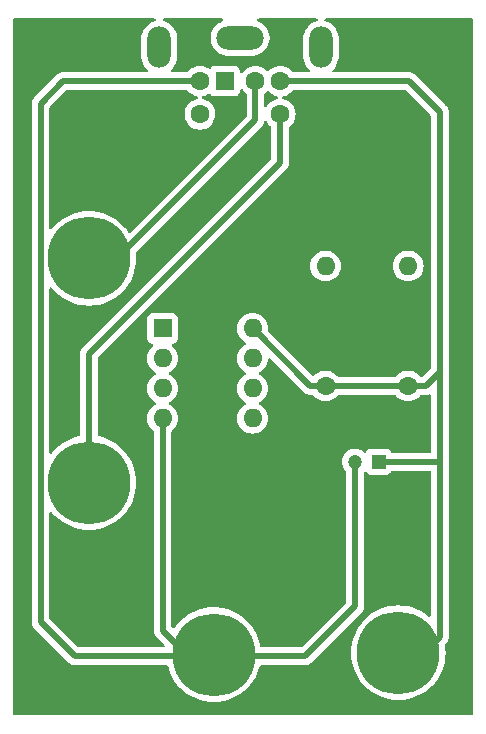
<source format=gbr>
%TF.GenerationSoftware,KiCad,Pcbnew,8.0.4*%
%TF.CreationDate,2024-09-08T08:45:51+02:00*%
%TF.ProjectId,Lichtschranke-M,4c696368-7473-4636-9872-616e6b652d4d,rev?*%
%TF.SameCoordinates,Original*%
%TF.FileFunction,Copper,L2,Bot*%
%TF.FilePolarity,Positive*%
%FSLAX46Y46*%
G04 Gerber Fmt 4.6, Leading zero omitted, Abs format (unit mm)*
G04 Created by KiCad (PCBNEW 8.0.4) date 2024-09-08 08:45:51*
%MOMM*%
%LPD*%
G01*
G04 APERTURE LIST*
%TA.AperFunction,ComponentPad*%
%ADD10R,1.600000X1.600000*%
%TD*%
%TA.AperFunction,ComponentPad*%
%ADD11C,1.600000*%
%TD*%
%TA.AperFunction,ComponentPad*%
%ADD12O,2.000000X3.500000*%
%TD*%
%TA.AperFunction,ComponentPad*%
%ADD13O,4.000000X2.000000*%
%TD*%
%TA.AperFunction,ComponentPad*%
%ADD14O,1.600000X1.600000*%
%TD*%
%TA.AperFunction,ComponentPad*%
%ADD15R,1.200000X1.200000*%
%TD*%
%TA.AperFunction,ComponentPad*%
%ADD16C,1.200000*%
%TD*%
%TA.AperFunction,ComponentPad*%
%ADD17C,7.000000*%
%TD*%
%TA.AperFunction,Conductor*%
%ADD18C,0.500000*%
%TD*%
%TA.AperFunction,Conductor*%
%ADD19C,0.200000*%
%TD*%
G04 APERTURE END LIST*
D10*
%TO.P,J1,1*%
%TO.N,SDA*%
X143500000Y-55500000D03*
D11*
%TO.P,J1,2*%
%TO.N,E*%
X146100000Y-55500000D03*
%TO.P,J1,3*%
%TO.N,GND*%
X141400000Y-55500000D03*
%TO.P,J1,4*%
%TO.N,+5V*%
X148200000Y-55500000D03*
%TO.P,J1,5*%
%TO.N,SCK*%
X141400000Y-58300000D03*
%TO.P,J1,6*%
%TO.N,F*%
X148200000Y-58300000D03*
D12*
%TO.P,J1,7*%
%TO.N,N/C*%
X151650000Y-52650000D03*
D13*
X144800000Y-51850000D03*
D12*
X137950000Y-52650000D03*
%TD*%
D11*
%TO.P,R1,1*%
%TO.N,+5V*%
X152030000Y-81310000D03*
D14*
%TO.P,R1,2*%
%TO.N,Net-(U1-PB2)*%
X152030000Y-71150000D03*
%TD*%
D15*
%TO.P,C2,1*%
%TO.N,+5V*%
X156520000Y-87730000D03*
D16*
%TO.P,C2,2*%
%TO.N,GND*%
X154520000Y-87730000D03*
%TD*%
D17*
%TO.P,J3,1,Pin_1*%
%TO.N,F*%
X132000000Y-89500000D03*
%TD*%
D11*
%TO.P,R2,1*%
%TO.N,+5V*%
X159030000Y-81310000D03*
D14*
%TO.P,R2,2*%
%TO.N,Net-(U1-AREF{slash}PB0)*%
X159030000Y-71150000D03*
%TD*%
D17*
%TO.P,J5,1,Pin_1*%
%TO.N,+5V*%
X158200000Y-103900000D03*
%TD*%
%TO.P,J2,1,Pin_1*%
%TO.N,E*%
X132000000Y-70500000D03*
%TD*%
%TO.P,J4,1,Pin_1*%
%TO.N,GND*%
X142570000Y-104050000D03*
%TD*%
D10*
%TO.P,U1,1,~{RESET}/PB5*%
%TO.N,unconnected-(U1-~{RESET}{slash}PB5-Pad1)*%
X138230000Y-76430000D03*
D14*
%TO.P,U1,2,XTAL1/PB3*%
%TO.N,unconnected-(U1-XTAL1{slash}PB3-Pad2)*%
X138230000Y-78970000D03*
%TO.P,U1,3,XTAL2/PB4*%
%TO.N,unconnected-(U1-XTAL2{slash}PB4-Pad3)*%
X138230000Y-81510000D03*
%TO.P,U1,4,GND*%
%TO.N,GND*%
X138230000Y-84050000D03*
%TO.P,U1,5,AREF/PB0*%
%TO.N,Net-(U1-AREF{slash}PB0)*%
X145850000Y-84050000D03*
%TO.P,U1,6,PB1*%
%TO.N,unconnected-(U1-PB1-Pad6)*%
X145850000Y-81510000D03*
%TO.P,U1,7,PB2*%
%TO.N,Net-(U1-PB2)*%
X145850000Y-78970000D03*
%TO.P,U1,8,VCC*%
%TO.N,+5V*%
X145850000Y-76430000D03*
%TD*%
D18*
%TO.N,GND*%
X138230000Y-102030000D02*
X140400000Y-104200000D01*
X129800000Y-55500000D02*
X127900000Y-57400000D01*
X150300000Y-104200000D02*
X154530000Y-99970000D01*
D19*
X138230000Y-98070000D02*
X138200000Y-98100000D01*
D18*
X154530000Y-99970000D02*
X154530000Y-87730000D01*
X142500000Y-104200000D02*
X140400000Y-104200000D01*
X130800000Y-104200000D02*
X127900000Y-101300000D01*
X142500000Y-104200000D02*
X150300000Y-104200000D01*
D19*
X138200000Y-97230000D02*
X138230000Y-97200000D01*
D18*
X138230000Y-84050000D02*
X138230000Y-97500000D01*
D19*
X138200000Y-98100000D02*
X138200000Y-97230000D01*
D18*
X127900000Y-57400000D02*
X127900000Y-101300000D01*
X141400000Y-55500000D02*
X129800000Y-55500000D01*
X138230000Y-97500000D02*
X138230000Y-98070000D01*
X138230000Y-97500000D02*
X138230000Y-102030000D01*
X140400000Y-104200000D02*
X130800000Y-104200000D01*
D19*
%TO.N,+5V*%
X159000000Y-103100000D02*
X158200000Y-103900000D01*
D18*
X161700000Y-87800000D02*
X161700000Y-102600000D01*
X150730000Y-81310000D02*
X145850000Y-76430000D01*
D19*
X156630000Y-81410000D02*
X156730000Y-81310000D01*
X156530000Y-87730000D02*
X156630000Y-87630000D01*
D18*
X159030000Y-81310000D02*
X156730000Y-81310000D01*
D19*
X161630000Y-87730000D02*
X161700000Y-87800000D01*
D18*
X161700000Y-80160000D02*
X161700000Y-79500000D01*
X161700000Y-79500000D02*
X161700000Y-71800000D01*
X161700000Y-102600000D02*
X160400000Y-103900000D01*
X161700000Y-79500000D02*
X161700000Y-87800000D01*
X160550000Y-81310000D02*
X161700000Y-80160000D01*
X156530000Y-87730000D02*
X161630000Y-87730000D01*
X152030000Y-81310000D02*
X150730000Y-81310000D01*
X160400000Y-103900000D02*
X158200000Y-103900000D01*
X159030000Y-81310000D02*
X160550000Y-81310000D01*
X161700000Y-58100000D02*
X161700000Y-72200000D01*
D19*
X161700000Y-72200000D02*
X161700000Y-71800000D01*
D18*
X159100000Y-55500000D02*
X161700000Y-58100000D01*
D19*
X161730000Y-80130000D02*
X161730000Y-79930000D01*
D18*
X148200000Y-55500000D02*
X159100000Y-55500000D01*
X156730000Y-81310000D02*
X152030000Y-81310000D01*
%TO.N,F*%
X148200000Y-62397900D02*
X148200000Y-58300000D01*
X132000000Y-78597900D02*
X148200000Y-62397900D01*
X132000000Y-89500000D02*
X132000000Y-78597900D01*
%TO.N,E*%
X134400000Y-70500000D02*
X146100000Y-58800000D01*
X146100000Y-58800000D02*
X146100000Y-55500000D01*
X132000000Y-70500000D02*
X134400000Y-70500000D01*
D19*
%TO.N,Net-(U1-AREF{slash}PB0)*%
X158750000Y-71150000D02*
X159030000Y-71150000D01*
X159030000Y-70650000D02*
X159030000Y-71150000D01*
X159030000Y-71150000D02*
X159030000Y-71751700D01*
%TD*%
%TA.AperFunction,NonConductor*%
G36*
X143305053Y-50220185D02*
G01*
X143350808Y-50272989D01*
X143360752Y-50342147D01*
X143331727Y-50405703D01*
X143276334Y-50442430D01*
X143253631Y-50449806D01*
X143224003Y-50459433D01*
X143013566Y-50566657D01*
X142944748Y-50616657D01*
X142822490Y-50705483D01*
X142822488Y-50705485D01*
X142822487Y-50705485D01*
X142655485Y-50872487D01*
X142655485Y-50872488D01*
X142655483Y-50872490D01*
X142619158Y-50922487D01*
X142516657Y-51063566D01*
X142409433Y-51274003D01*
X142336446Y-51498631D01*
X142299500Y-51731902D01*
X142299500Y-51968097D01*
X142336446Y-52201368D01*
X142409433Y-52425996D01*
X142516657Y-52636433D01*
X142655483Y-52827510D01*
X142822490Y-52994517D01*
X143013567Y-53133343D01*
X143112991Y-53184002D01*
X143224003Y-53240566D01*
X143224005Y-53240566D01*
X143224008Y-53240568D01*
X143344412Y-53279689D01*
X143448631Y-53313553D01*
X143681903Y-53350500D01*
X143681908Y-53350500D01*
X145918097Y-53350500D01*
X146151368Y-53313553D01*
X146375992Y-53240568D01*
X146586433Y-53133343D01*
X146777510Y-52994517D01*
X146944517Y-52827510D01*
X147083343Y-52636433D01*
X147190568Y-52425992D01*
X147263553Y-52201368D01*
X147300500Y-51968097D01*
X147300500Y-51731902D01*
X147263553Y-51498631D01*
X147190566Y-51274003D01*
X147083342Y-51063566D01*
X146944517Y-50872490D01*
X146777510Y-50705483D01*
X146586433Y-50566657D01*
X146375996Y-50459433D01*
X146355845Y-50452886D01*
X146323665Y-50442430D01*
X146265992Y-50402993D01*
X146238794Y-50338634D01*
X146250709Y-50269788D01*
X146297953Y-50218312D01*
X146361986Y-50200500D01*
X151241896Y-50200500D01*
X151308935Y-50220185D01*
X151354690Y-50272989D01*
X151364634Y-50342147D01*
X151335609Y-50405703D01*
X151280215Y-50442431D01*
X151074003Y-50509433D01*
X150863566Y-50616657D01*
X150754550Y-50695862D01*
X150672490Y-50755483D01*
X150672488Y-50755485D01*
X150672487Y-50755485D01*
X150505485Y-50922487D01*
X150505485Y-50922488D01*
X150505483Y-50922490D01*
X150445862Y-51004550D01*
X150366657Y-51113566D01*
X150259433Y-51324003D01*
X150186446Y-51548631D01*
X150149500Y-51781902D01*
X150149500Y-53518097D01*
X150186446Y-53751368D01*
X150259433Y-53975996D01*
X150366657Y-54186433D01*
X150505483Y-54377510D01*
X150505485Y-54377512D01*
X150665792Y-54537819D01*
X150699277Y-54599142D01*
X150694293Y-54668834D01*
X150652421Y-54724767D01*
X150586957Y-54749184D01*
X150578111Y-54749500D01*
X149326663Y-54749500D01*
X149259624Y-54729815D01*
X149225088Y-54696623D01*
X149200045Y-54660858D01*
X149039141Y-54499954D01*
X148852734Y-54369432D01*
X148852732Y-54369431D01*
X148646497Y-54273261D01*
X148646488Y-54273258D01*
X148426697Y-54214366D01*
X148426693Y-54214365D01*
X148426692Y-54214365D01*
X148426691Y-54214364D01*
X148426686Y-54214364D01*
X148200002Y-54194532D01*
X148199998Y-54194532D01*
X147973313Y-54214364D01*
X147973302Y-54214366D01*
X147753511Y-54273258D01*
X147753502Y-54273261D01*
X147547267Y-54369431D01*
X147547265Y-54369432D01*
X147360858Y-54499954D01*
X147237681Y-54623132D01*
X147176358Y-54656617D01*
X147106666Y-54651633D01*
X147062319Y-54623132D01*
X146939141Y-54499954D01*
X146752734Y-54369432D01*
X146752732Y-54369431D01*
X146546497Y-54273261D01*
X146546488Y-54273258D01*
X146326697Y-54214366D01*
X146326693Y-54214365D01*
X146326692Y-54214365D01*
X146326691Y-54214364D01*
X146326686Y-54214364D01*
X146100002Y-54194532D01*
X146099998Y-54194532D01*
X145873313Y-54214364D01*
X145873302Y-54214366D01*
X145653511Y-54273258D01*
X145653502Y-54273261D01*
X145447267Y-54369431D01*
X145447265Y-54369432D01*
X145260858Y-54499954D01*
X145099954Y-54660858D01*
X145026074Y-54766372D01*
X144971498Y-54809997D01*
X144901999Y-54817191D01*
X144839644Y-54785669D01*
X144804230Y-54725439D01*
X144800499Y-54695249D01*
X144800499Y-54652129D01*
X144800498Y-54652123D01*
X144800445Y-54651633D01*
X144794091Y-54592517D01*
X144776188Y-54544517D01*
X144743797Y-54457671D01*
X144743793Y-54457664D01*
X144657547Y-54342455D01*
X144657544Y-54342452D01*
X144542335Y-54256206D01*
X144542328Y-54256202D01*
X144407482Y-54205908D01*
X144407483Y-54205908D01*
X144347883Y-54199501D01*
X144347881Y-54199500D01*
X144347873Y-54199500D01*
X144347864Y-54199500D01*
X142652129Y-54199500D01*
X142652123Y-54199501D01*
X142592516Y-54205908D01*
X142457671Y-54256202D01*
X142457664Y-54256206D01*
X142342455Y-54342452D01*
X142301555Y-54397087D01*
X142245620Y-54438958D01*
X142175929Y-54443941D01*
X142131166Y-54424350D01*
X142052734Y-54369432D01*
X142052732Y-54369431D01*
X141846497Y-54273261D01*
X141846488Y-54273258D01*
X141626697Y-54214366D01*
X141626693Y-54214365D01*
X141626692Y-54214365D01*
X141626691Y-54214364D01*
X141626686Y-54214364D01*
X141400002Y-54194532D01*
X141399998Y-54194532D01*
X141173313Y-54214364D01*
X141173302Y-54214366D01*
X140953511Y-54273258D01*
X140953502Y-54273261D01*
X140747267Y-54369431D01*
X140747265Y-54369432D01*
X140560858Y-54499954D01*
X140399954Y-54660858D01*
X140374912Y-54696623D01*
X140320335Y-54740248D01*
X140273337Y-54749500D01*
X139021889Y-54749500D01*
X138954850Y-54729815D01*
X138909095Y-54677011D01*
X138899151Y-54607853D01*
X138928176Y-54544297D01*
X138934208Y-54537819D01*
X139014358Y-54457669D01*
X139094517Y-54377510D01*
X139233343Y-54186433D01*
X139340568Y-53975992D01*
X139413553Y-53751368D01*
X139450500Y-53518097D01*
X139450500Y-51781902D01*
X139413553Y-51548631D01*
X139340566Y-51324003D01*
X139233342Y-51113566D01*
X139094517Y-50922490D01*
X138927510Y-50755483D01*
X138736433Y-50616657D01*
X138525996Y-50509433D01*
X138319785Y-50442431D01*
X138262110Y-50402993D01*
X138234912Y-50338634D01*
X138246827Y-50269788D01*
X138294071Y-50218312D01*
X138358104Y-50200500D01*
X143238014Y-50200500D01*
X143305053Y-50220185D01*
G37*
%TD.AperFunction*%
%TA.AperFunction,NonConductor*%
G36*
X147193334Y-56348367D02*
G01*
X147237681Y-56376868D01*
X147360858Y-56500045D01*
X147360861Y-56500047D01*
X147547266Y-56630568D01*
X147753504Y-56726739D01*
X147753509Y-56726740D01*
X147753511Y-56726741D01*
X147953117Y-56780225D01*
X148012778Y-56816590D01*
X148043307Y-56879437D01*
X148035012Y-56948812D01*
X147990527Y-57002690D01*
X147953117Y-57019775D01*
X147753511Y-57073258D01*
X147753502Y-57073261D01*
X147547267Y-57169431D01*
X147547265Y-57169432D01*
X147360858Y-57299954D01*
X147199954Y-57460858D01*
X147076075Y-57637779D01*
X147021499Y-57681404D01*
X146952000Y-57688598D01*
X146889645Y-57657076D01*
X146854231Y-57596846D01*
X146850500Y-57566656D01*
X146850500Y-56626662D01*
X146870185Y-56559623D01*
X146903379Y-56525086D01*
X146939140Y-56500046D01*
X147062319Y-56376868D01*
X147123642Y-56343383D01*
X147193334Y-56348367D01*
G37*
%TD.AperFunction*%
%TA.AperFunction,NonConductor*%
G36*
X145005700Y-56211037D02*
G01*
X145026074Y-56233629D01*
X145099953Y-56339140D01*
X145260859Y-56500046D01*
X145296621Y-56525086D01*
X145340247Y-56579662D01*
X145349500Y-56626662D01*
X145349500Y-58437770D01*
X145329815Y-58504809D01*
X145313181Y-58525451D01*
X135530188Y-68308443D01*
X135468865Y-68341928D01*
X135399173Y-68336944D01*
X135343240Y-68295072D01*
X135336157Y-68284523D01*
X135330306Y-68274761D01*
X135096158Y-67959049D01*
X135065558Y-67925287D01*
X134832192Y-67667807D01*
X134540956Y-67403846D01*
X134225236Y-67169692D01*
X133888100Y-66967620D01*
X133532772Y-66799562D01*
X133532770Y-66799561D01*
X133162684Y-66667143D01*
X132781406Y-66571637D01*
X132781401Y-66571636D01*
X132781400Y-66571636D01*
X132637256Y-66550254D01*
X132392599Y-66513963D01*
X132392597Y-66513962D01*
X132392591Y-66513962D01*
X132000000Y-66494675D01*
X131607409Y-66513962D01*
X131607403Y-66513962D01*
X131607400Y-66513963D01*
X131218593Y-66571637D01*
X130837315Y-66667143D01*
X130467229Y-66799561D01*
X130467227Y-66799562D01*
X130111899Y-66967620D01*
X129774763Y-67169692D01*
X129459043Y-67403846D01*
X129167807Y-67667807D01*
X128903844Y-67959045D01*
X128874097Y-67999155D01*
X128818350Y-68041275D01*
X128748681Y-68046569D01*
X128687210Y-68013358D01*
X128653452Y-67952184D01*
X128650500Y-67925287D01*
X128650500Y-57762230D01*
X128670185Y-57695191D01*
X128686819Y-57674549D01*
X130074549Y-56286819D01*
X130135872Y-56253334D01*
X130162230Y-56250500D01*
X140273337Y-56250500D01*
X140340376Y-56270185D01*
X140374912Y-56303377D01*
X140399954Y-56339141D01*
X140560858Y-56500045D01*
X140560861Y-56500047D01*
X140747266Y-56630568D01*
X140953504Y-56726739D01*
X140953509Y-56726740D01*
X140953511Y-56726741D01*
X141153117Y-56780225D01*
X141212778Y-56816590D01*
X141243307Y-56879437D01*
X141235012Y-56948812D01*
X141190527Y-57002690D01*
X141153117Y-57019775D01*
X140953511Y-57073258D01*
X140953502Y-57073261D01*
X140747267Y-57169431D01*
X140747265Y-57169432D01*
X140560858Y-57299954D01*
X140399954Y-57460858D01*
X140269432Y-57647265D01*
X140269431Y-57647267D01*
X140173261Y-57853502D01*
X140173258Y-57853511D01*
X140114366Y-58073302D01*
X140114364Y-58073313D01*
X140094532Y-58299998D01*
X140094532Y-58300001D01*
X140114364Y-58526686D01*
X140114366Y-58526697D01*
X140173258Y-58746488D01*
X140173261Y-58746497D01*
X140269431Y-58952732D01*
X140269432Y-58952734D01*
X140399954Y-59139141D01*
X140560858Y-59300045D01*
X140560861Y-59300047D01*
X140747266Y-59430568D01*
X140953504Y-59526739D01*
X141173308Y-59585635D01*
X141335230Y-59599801D01*
X141399998Y-59605468D01*
X141400000Y-59605468D01*
X141400002Y-59605468D01*
X141456673Y-59600509D01*
X141626692Y-59585635D01*
X141846496Y-59526739D01*
X142052734Y-59430568D01*
X142239139Y-59300047D01*
X142400047Y-59139139D01*
X142530568Y-58952734D01*
X142626739Y-58746496D01*
X142685635Y-58526692D01*
X142705468Y-58300000D01*
X142685635Y-58073308D01*
X142634130Y-57881087D01*
X142626741Y-57853511D01*
X142626738Y-57853502D01*
X142575914Y-57744511D01*
X142530568Y-57647266D01*
X142400047Y-57460861D01*
X142400045Y-57460858D01*
X142239141Y-57299954D01*
X142052734Y-57169432D01*
X142052732Y-57169431D01*
X141846497Y-57073261D01*
X141846488Y-57073258D01*
X141646882Y-57019775D01*
X141587221Y-56983410D01*
X141556692Y-56920563D01*
X141564987Y-56851188D01*
X141609472Y-56797310D01*
X141646882Y-56780225D01*
X141782849Y-56743793D01*
X141846496Y-56726739D01*
X142052734Y-56630568D01*
X142131168Y-56575648D01*
X142197372Y-56553322D01*
X142265139Y-56570332D01*
X142301555Y-56602913D01*
X142342452Y-56657544D01*
X142342455Y-56657547D01*
X142457664Y-56743793D01*
X142457671Y-56743797D01*
X142592517Y-56794091D01*
X142592516Y-56794091D01*
X142599444Y-56794835D01*
X142652127Y-56800500D01*
X144347872Y-56800499D01*
X144407483Y-56794091D01*
X144542331Y-56743796D01*
X144657546Y-56657546D01*
X144743796Y-56542331D01*
X144794091Y-56407483D01*
X144800500Y-56347873D01*
X144800499Y-56304751D01*
X144820182Y-56237715D01*
X144872985Y-56191959D01*
X144942143Y-56182014D01*
X145005700Y-56211037D01*
G37*
%TD.AperFunction*%
%TA.AperFunction,NonConductor*%
G36*
X146993940Y-58878848D02*
G01*
X147050612Y-58919713D01*
X147065069Y-58943377D01*
X147069432Y-58952734D01*
X147199954Y-59139141D01*
X147360859Y-59300046D01*
X147396621Y-59325086D01*
X147440247Y-59379662D01*
X147449500Y-59426662D01*
X147449500Y-62035669D01*
X147429815Y-62102708D01*
X147413181Y-62123350D01*
X131417050Y-78119480D01*
X131417044Y-78119488D01*
X131367812Y-78193168D01*
X131367813Y-78193169D01*
X131334921Y-78242396D01*
X131334914Y-78242408D01*
X131278342Y-78378986D01*
X131278340Y-78378992D01*
X131249500Y-78523979D01*
X131249500Y-85467125D01*
X131229815Y-85534164D01*
X131177011Y-85579919D01*
X131155630Y-85587409D01*
X130837315Y-85667143D01*
X130467229Y-85799561D01*
X130467227Y-85799562D01*
X130111899Y-85967620D01*
X129774763Y-86169692D01*
X129459043Y-86403846D01*
X129167807Y-86667807D01*
X128903844Y-86959045D01*
X128874097Y-86999155D01*
X128818350Y-87041275D01*
X128748681Y-87046569D01*
X128687210Y-87013358D01*
X128653452Y-86952184D01*
X128650500Y-86925287D01*
X128650500Y-73074711D01*
X128670185Y-73007672D01*
X128722989Y-72961917D01*
X128792147Y-72951973D01*
X128855703Y-72980998D01*
X128874090Y-73000836D01*
X128903842Y-73040951D01*
X128998808Y-73145730D01*
X129167807Y-73332192D01*
X129459043Y-73596153D01*
X129459049Y-73596158D01*
X129774761Y-73830306D01*
X129774763Y-73830307D01*
X130111899Y-74032379D01*
X130111902Y-74032380D01*
X130111903Y-74032381D01*
X130467228Y-74200438D01*
X130837316Y-74332857D01*
X131218600Y-74428364D01*
X131607409Y-74486038D01*
X132000000Y-74505325D01*
X132392591Y-74486038D01*
X132781400Y-74428364D01*
X133162684Y-74332857D01*
X133532772Y-74200438D01*
X133888097Y-74032381D01*
X134225239Y-73830306D01*
X134540951Y-73596158D01*
X134832192Y-73332192D01*
X135096158Y-73040951D01*
X135330306Y-72725239D01*
X135532381Y-72388097D01*
X135700438Y-72032772D01*
X135832857Y-71662684D01*
X135928364Y-71281400D01*
X135986038Y-70892591D01*
X136005325Y-70500000D01*
X135986038Y-70107409D01*
X135978134Y-70054128D01*
X135987769Y-69984929D01*
X136013108Y-69948258D01*
X146682952Y-59278415D01*
X146710205Y-59237627D01*
X146765084Y-59155495D01*
X146788894Y-59098013D01*
X146821659Y-59018912D01*
X146831071Y-58971592D01*
X146863455Y-58909684D01*
X146924170Y-58875109D01*
X146993940Y-58878848D01*
G37*
%TD.AperFunction*%
%TA.AperFunction,NonConductor*%
G36*
X158804809Y-56270185D02*
G01*
X158825451Y-56286819D01*
X160913181Y-58374548D01*
X160946666Y-58435871D01*
X160949500Y-58462229D01*
X160949500Y-79797770D01*
X160929815Y-79864809D01*
X160913181Y-79885451D01*
X160275451Y-80523181D01*
X160214128Y-80556666D01*
X160187770Y-80559500D01*
X160156663Y-80559500D01*
X160089624Y-80539815D01*
X160055088Y-80506623D01*
X160030045Y-80470858D01*
X159869141Y-80309954D01*
X159682734Y-80179432D01*
X159682732Y-80179431D01*
X159476497Y-80083261D01*
X159476488Y-80083258D01*
X159256697Y-80024366D01*
X159256693Y-80024365D01*
X159256692Y-80024365D01*
X159256691Y-80024364D01*
X159256686Y-80024364D01*
X159030002Y-80004532D01*
X159029998Y-80004532D01*
X158803313Y-80024364D01*
X158803302Y-80024366D01*
X158583511Y-80083258D01*
X158583502Y-80083261D01*
X158377267Y-80179431D01*
X158377265Y-80179432D01*
X158190858Y-80309954D01*
X158029954Y-80470858D01*
X158004912Y-80506623D01*
X157950335Y-80550248D01*
X157903337Y-80559500D01*
X153156663Y-80559500D01*
X153089624Y-80539815D01*
X153055088Y-80506623D01*
X153030045Y-80470858D01*
X152869141Y-80309954D01*
X152682734Y-80179432D01*
X152682732Y-80179431D01*
X152476497Y-80083261D01*
X152476488Y-80083258D01*
X152256697Y-80024366D01*
X152256693Y-80024365D01*
X152256692Y-80024365D01*
X152256691Y-80024364D01*
X152256686Y-80024364D01*
X152030002Y-80004532D01*
X152029998Y-80004532D01*
X151803313Y-80024364D01*
X151803302Y-80024366D01*
X151583511Y-80083258D01*
X151583502Y-80083261D01*
X151377267Y-80179431D01*
X151377265Y-80179432D01*
X151190858Y-80309954D01*
X151078771Y-80422042D01*
X151017448Y-80455527D01*
X150947756Y-80450543D01*
X150903409Y-80422042D01*
X147176716Y-76695348D01*
X147143231Y-76634025D01*
X147140869Y-76596863D01*
X147155468Y-76430000D01*
X147135635Y-76203308D01*
X147076739Y-75983504D01*
X146980568Y-75777266D01*
X146850047Y-75590861D01*
X146850045Y-75590858D01*
X146689141Y-75429954D01*
X146502734Y-75299432D01*
X146502732Y-75299431D01*
X146296497Y-75203261D01*
X146296488Y-75203258D01*
X146076697Y-75144366D01*
X146076693Y-75144365D01*
X146076692Y-75144365D01*
X146076691Y-75144364D01*
X146076686Y-75144364D01*
X145850002Y-75124532D01*
X145849998Y-75124532D01*
X145623313Y-75144364D01*
X145623302Y-75144366D01*
X145403511Y-75203258D01*
X145403502Y-75203261D01*
X145197267Y-75299431D01*
X145197265Y-75299432D01*
X145010858Y-75429954D01*
X144849954Y-75590858D01*
X144719432Y-75777265D01*
X144719431Y-75777267D01*
X144623261Y-75983502D01*
X144623258Y-75983511D01*
X144564366Y-76203302D01*
X144564364Y-76203313D01*
X144544532Y-76429998D01*
X144544532Y-76430001D01*
X144564364Y-76656686D01*
X144564366Y-76656697D01*
X144623258Y-76876488D01*
X144623261Y-76876497D01*
X144719431Y-77082732D01*
X144719432Y-77082734D01*
X144849954Y-77269141D01*
X145010858Y-77430045D01*
X145010861Y-77430047D01*
X145197266Y-77560568D01*
X145255275Y-77587618D01*
X145307714Y-77633791D01*
X145326866Y-77700984D01*
X145306650Y-77767865D01*
X145255275Y-77812382D01*
X145197267Y-77839431D01*
X145197265Y-77839432D01*
X145010858Y-77969954D01*
X144849954Y-78130858D01*
X144719432Y-78317265D01*
X144719431Y-78317267D01*
X144623261Y-78523502D01*
X144623258Y-78523511D01*
X144564366Y-78743302D01*
X144564364Y-78743313D01*
X144544532Y-78969998D01*
X144544532Y-78970001D01*
X144564364Y-79196686D01*
X144564366Y-79196697D01*
X144623258Y-79416488D01*
X144623261Y-79416497D01*
X144719431Y-79622732D01*
X144719432Y-79622734D01*
X144849954Y-79809141D01*
X145010858Y-79970045D01*
X145010861Y-79970047D01*
X145197266Y-80100568D01*
X145255275Y-80127618D01*
X145307714Y-80173791D01*
X145326866Y-80240984D01*
X145306650Y-80307865D01*
X145255275Y-80352382D01*
X145197267Y-80379431D01*
X145197265Y-80379432D01*
X145010858Y-80509954D01*
X144849954Y-80670858D01*
X144719432Y-80857265D01*
X144719431Y-80857267D01*
X144623261Y-81063502D01*
X144623258Y-81063511D01*
X144564366Y-81283302D01*
X144564364Y-81283313D01*
X144544532Y-81509998D01*
X144544532Y-81510001D01*
X144564364Y-81736686D01*
X144564366Y-81736697D01*
X144623258Y-81956488D01*
X144623261Y-81956497D01*
X144719431Y-82162732D01*
X144719432Y-82162734D01*
X144849954Y-82349141D01*
X145010858Y-82510045D01*
X145010861Y-82510047D01*
X145197266Y-82640568D01*
X145255275Y-82667618D01*
X145307714Y-82713791D01*
X145326866Y-82780984D01*
X145306650Y-82847865D01*
X145255275Y-82892382D01*
X145197267Y-82919431D01*
X145197265Y-82919432D01*
X145010858Y-83049954D01*
X144849954Y-83210858D01*
X144719432Y-83397265D01*
X144719431Y-83397267D01*
X144623261Y-83603502D01*
X144623258Y-83603511D01*
X144564366Y-83823302D01*
X144564364Y-83823313D01*
X144544532Y-84049998D01*
X144544532Y-84050001D01*
X144564364Y-84276686D01*
X144564366Y-84276697D01*
X144623258Y-84496488D01*
X144623261Y-84496497D01*
X144719431Y-84702732D01*
X144719432Y-84702734D01*
X144849954Y-84889141D01*
X145010858Y-85050045D01*
X145010861Y-85050047D01*
X145197266Y-85180568D01*
X145403504Y-85276739D01*
X145623308Y-85335635D01*
X145785230Y-85349801D01*
X145849998Y-85355468D01*
X145850000Y-85355468D01*
X145850002Y-85355468D01*
X145906673Y-85350509D01*
X146076692Y-85335635D01*
X146296496Y-85276739D01*
X146502734Y-85180568D01*
X146689139Y-85050047D01*
X146850047Y-84889139D01*
X146980568Y-84702734D01*
X147076739Y-84496496D01*
X147135635Y-84276692D01*
X147155468Y-84050000D01*
X147135635Y-83823308D01*
X147076739Y-83603504D01*
X146980568Y-83397266D01*
X146850047Y-83210861D01*
X146850045Y-83210858D01*
X146689141Y-83049954D01*
X146502734Y-82919432D01*
X146502728Y-82919429D01*
X146444725Y-82892382D01*
X146392285Y-82846210D01*
X146373133Y-82779017D01*
X146393348Y-82712135D01*
X146444725Y-82667618D01*
X146502734Y-82640568D01*
X146689139Y-82510047D01*
X146850047Y-82349139D01*
X146980568Y-82162734D01*
X147076739Y-81956496D01*
X147135635Y-81736692D01*
X147155468Y-81510000D01*
X147135635Y-81283308D01*
X147076739Y-81063504D01*
X146980568Y-80857266D01*
X146850047Y-80670861D01*
X146850045Y-80670858D01*
X146689141Y-80509954D01*
X146502734Y-80379432D01*
X146502728Y-80379429D01*
X146444725Y-80352382D01*
X146392285Y-80306210D01*
X146373133Y-80239017D01*
X146393348Y-80172135D01*
X146444725Y-80127618D01*
X146502734Y-80100568D01*
X146689139Y-79970047D01*
X146850047Y-79809139D01*
X146980568Y-79622734D01*
X147076739Y-79416496D01*
X147135635Y-79196692D01*
X147146223Y-79075670D01*
X147171674Y-79010604D01*
X147228265Y-78969626D01*
X147298027Y-78965747D01*
X147357431Y-78998799D01*
X148780675Y-80422042D01*
X150147049Y-81788416D01*
X150251584Y-81892951D01*
X150251585Y-81892952D01*
X150374498Y-81975080D01*
X150374511Y-81975087D01*
X150501954Y-82027875D01*
X150511087Y-82031658D01*
X150511091Y-82031658D01*
X150511092Y-82031659D01*
X150656079Y-82060500D01*
X150656082Y-82060500D01*
X150903337Y-82060500D01*
X150970376Y-82080185D01*
X151004912Y-82113377D01*
X151029954Y-82149141D01*
X151190858Y-82310045D01*
X151190861Y-82310047D01*
X151377266Y-82440568D01*
X151583504Y-82536739D01*
X151803308Y-82595635D01*
X151965230Y-82609801D01*
X152029998Y-82615468D01*
X152030000Y-82615468D01*
X152030002Y-82615468D01*
X152086673Y-82610509D01*
X152256692Y-82595635D01*
X152476496Y-82536739D01*
X152682734Y-82440568D01*
X152869139Y-82310047D01*
X153030047Y-82149139D01*
X153055088Y-82113377D01*
X153109665Y-82069752D01*
X153156663Y-82060500D01*
X156656082Y-82060500D01*
X157903337Y-82060500D01*
X157970376Y-82080185D01*
X158004912Y-82113377D01*
X158029954Y-82149141D01*
X158190858Y-82310045D01*
X158190861Y-82310047D01*
X158377266Y-82440568D01*
X158583504Y-82536739D01*
X158803308Y-82595635D01*
X158965230Y-82609801D01*
X159029998Y-82615468D01*
X159030000Y-82615468D01*
X159030002Y-82615468D01*
X159086673Y-82610509D01*
X159256692Y-82595635D01*
X159476496Y-82536739D01*
X159682734Y-82440568D01*
X159869139Y-82310047D01*
X160030047Y-82149139D01*
X160055088Y-82113377D01*
X160109665Y-82069752D01*
X160156663Y-82060500D01*
X160623920Y-82060500D01*
X160721462Y-82041096D01*
X160768913Y-82031658D01*
X160778046Y-82027874D01*
X160847514Y-82020405D01*
X160909994Y-82051678D01*
X160945648Y-82111766D01*
X160949500Y-82142435D01*
X160949500Y-86855500D01*
X160929815Y-86922539D01*
X160877011Y-86968294D01*
X160825500Y-86979500D01*
X157684141Y-86979500D01*
X157617102Y-86959815D01*
X157571347Y-86907011D01*
X157567969Y-86898859D01*
X157563796Y-86887669D01*
X157563793Y-86887665D01*
X157563793Y-86887664D01*
X157477547Y-86772455D01*
X157477544Y-86772452D01*
X157362335Y-86686206D01*
X157362328Y-86686202D01*
X157227482Y-86635908D01*
X157227483Y-86635908D01*
X157167883Y-86629501D01*
X157167881Y-86629500D01*
X157167873Y-86629500D01*
X157167864Y-86629500D01*
X155872129Y-86629500D01*
X155872123Y-86629501D01*
X155812516Y-86635908D01*
X155677671Y-86686202D01*
X155677664Y-86686206D01*
X155562455Y-86772452D01*
X155562452Y-86772455D01*
X155476206Y-86887664D01*
X155471953Y-86895454D01*
X155469741Y-86894246D01*
X155435840Y-86939511D01*
X155370370Y-86963913D01*
X155302101Y-86949045D01*
X155278015Y-86931864D01*
X155186041Y-86848019D01*
X155186039Y-86848017D01*
X155012642Y-86740655D01*
X155012635Y-86740651D01*
X154917546Y-86703814D01*
X154822456Y-86666976D01*
X154621976Y-86629500D01*
X154418024Y-86629500D01*
X154217544Y-86666976D01*
X154217541Y-86666976D01*
X154217541Y-86666977D01*
X154027364Y-86740651D01*
X154027357Y-86740655D01*
X153853960Y-86848017D01*
X153853958Y-86848019D01*
X153703237Y-86985418D01*
X153580327Y-87148178D01*
X153489422Y-87330739D01*
X153489417Y-87330752D01*
X153433602Y-87526917D01*
X153414785Y-87729999D01*
X153414785Y-87730000D01*
X153433602Y-87933082D01*
X153489417Y-88129247D01*
X153489422Y-88129260D01*
X153580327Y-88311821D01*
X153703236Y-88474579D01*
X153739038Y-88507216D01*
X153775319Y-88566928D01*
X153779500Y-88598854D01*
X153779500Y-99607770D01*
X153759815Y-99674809D01*
X153743181Y-99695451D01*
X150025451Y-103413181D01*
X149964128Y-103446666D01*
X149937770Y-103449500D01*
X146632161Y-103449500D01*
X146565122Y-103429815D01*
X146519367Y-103377011D01*
X146509503Y-103343695D01*
X146498364Y-103268603D01*
X146498364Y-103268600D01*
X146402857Y-102887316D01*
X146270438Y-102517228D01*
X146102381Y-102161903D01*
X146067627Y-102103920D01*
X145957855Y-101920776D01*
X145900306Y-101824761D01*
X145666158Y-101509049D01*
X145666153Y-101509043D01*
X145402192Y-101217807D01*
X145110956Y-100953846D01*
X144910263Y-100805002D01*
X144795239Y-100719694D01*
X144784271Y-100713120D01*
X144458100Y-100517620D01*
X144102772Y-100349562D01*
X144102770Y-100349561D01*
X143732684Y-100217143D01*
X143351406Y-100121637D01*
X143351401Y-100121636D01*
X143351400Y-100121636D01*
X143207256Y-100100254D01*
X142962599Y-100063963D01*
X142962597Y-100063962D01*
X142962591Y-100063962D01*
X142570000Y-100044675D01*
X142177409Y-100063962D01*
X142177403Y-100063962D01*
X142177400Y-100063963D01*
X141788593Y-100121637D01*
X141407315Y-100217143D01*
X141037229Y-100349561D01*
X141037227Y-100349562D01*
X140681899Y-100517620D01*
X140344763Y-100719692D01*
X140029043Y-100953846D01*
X139737807Y-101217807D01*
X139473846Y-101509043D01*
X139259933Y-101797472D01*
X139204186Y-101839592D01*
X139134518Y-101844888D01*
X139073046Y-101811677D01*
X139072654Y-101811286D01*
X139016819Y-101755451D01*
X138983334Y-101694128D01*
X138980500Y-101667770D01*
X138980500Y-85176662D01*
X139000185Y-85109623D01*
X139033379Y-85075086D01*
X139069140Y-85050046D01*
X139230045Y-84889141D01*
X139230047Y-84889139D01*
X139360568Y-84702734D01*
X139456739Y-84496496D01*
X139515635Y-84276692D01*
X139535468Y-84050000D01*
X139515635Y-83823308D01*
X139456739Y-83603504D01*
X139360568Y-83397266D01*
X139230047Y-83210861D01*
X139230045Y-83210858D01*
X139069141Y-83049954D01*
X138882734Y-82919432D01*
X138882728Y-82919429D01*
X138824725Y-82892382D01*
X138772285Y-82846210D01*
X138753133Y-82779017D01*
X138773348Y-82712135D01*
X138824725Y-82667618D01*
X138882734Y-82640568D01*
X139069139Y-82510047D01*
X139230047Y-82349139D01*
X139360568Y-82162734D01*
X139456739Y-81956496D01*
X139515635Y-81736692D01*
X139535468Y-81510000D01*
X139515635Y-81283308D01*
X139456739Y-81063504D01*
X139360568Y-80857266D01*
X139230047Y-80670861D01*
X139230045Y-80670858D01*
X139069141Y-80509954D01*
X138882734Y-80379432D01*
X138882728Y-80379429D01*
X138824725Y-80352382D01*
X138772285Y-80306210D01*
X138753133Y-80239017D01*
X138773348Y-80172135D01*
X138824725Y-80127618D01*
X138882734Y-80100568D01*
X139069139Y-79970047D01*
X139230047Y-79809139D01*
X139360568Y-79622734D01*
X139456739Y-79416496D01*
X139515635Y-79196692D01*
X139535468Y-78970000D01*
X139534604Y-78960130D01*
X139526933Y-78872449D01*
X139515635Y-78743308D01*
X139456739Y-78523504D01*
X139360568Y-78317266D01*
X139230047Y-78130861D01*
X139230045Y-78130858D01*
X139069143Y-77969956D01*
X139044536Y-77952726D01*
X139000912Y-77898149D01*
X138993719Y-77828650D01*
X139025241Y-77766296D01*
X139085471Y-77730882D01*
X139102404Y-77727861D01*
X139137483Y-77724091D01*
X139272331Y-77673796D01*
X139387546Y-77587546D01*
X139473796Y-77472331D01*
X139524091Y-77337483D01*
X139530500Y-77277873D01*
X139530499Y-75582128D01*
X139524091Y-75522517D01*
X139489567Y-75429954D01*
X139473797Y-75387671D01*
X139473793Y-75387664D01*
X139387547Y-75272455D01*
X139387544Y-75272452D01*
X139272335Y-75186206D01*
X139272328Y-75186202D01*
X139137482Y-75135908D01*
X139137483Y-75135908D01*
X139077883Y-75129501D01*
X139077881Y-75129500D01*
X139077873Y-75129500D01*
X139077864Y-75129500D01*
X137382129Y-75129500D01*
X137382123Y-75129501D01*
X137322516Y-75135908D01*
X137187671Y-75186202D01*
X137187664Y-75186206D01*
X137072455Y-75272452D01*
X137072452Y-75272455D01*
X136986206Y-75387664D01*
X136986202Y-75387671D01*
X136935908Y-75522517D01*
X136929501Y-75582116D01*
X136929501Y-75582123D01*
X136929500Y-75582135D01*
X136929500Y-77277870D01*
X136929501Y-77277876D01*
X136935908Y-77337483D01*
X136986202Y-77472328D01*
X136986206Y-77472335D01*
X137072452Y-77587544D01*
X137072455Y-77587547D01*
X137187664Y-77673793D01*
X137187671Y-77673797D01*
X137232618Y-77690561D01*
X137322517Y-77724091D01*
X137357596Y-77727862D01*
X137422144Y-77754599D01*
X137461993Y-77811991D01*
X137464488Y-77881816D01*
X137428836Y-77941905D01*
X137415464Y-77952725D01*
X137390858Y-77969954D01*
X137229954Y-78130858D01*
X137099432Y-78317265D01*
X137099431Y-78317267D01*
X137003261Y-78523502D01*
X137003258Y-78523511D01*
X136944366Y-78743302D01*
X136944364Y-78743313D01*
X136924532Y-78969998D01*
X136924532Y-78970001D01*
X136944364Y-79196686D01*
X136944366Y-79196697D01*
X137003258Y-79416488D01*
X137003261Y-79416497D01*
X137099431Y-79622732D01*
X137099432Y-79622734D01*
X137229954Y-79809141D01*
X137390858Y-79970045D01*
X137390861Y-79970047D01*
X137577266Y-80100568D01*
X137635275Y-80127618D01*
X137687714Y-80173791D01*
X137706866Y-80240984D01*
X137686650Y-80307865D01*
X137635275Y-80352382D01*
X137577267Y-80379431D01*
X137577265Y-80379432D01*
X137390858Y-80509954D01*
X137229954Y-80670858D01*
X137099432Y-80857265D01*
X137099431Y-80857267D01*
X137003261Y-81063502D01*
X137003258Y-81063511D01*
X136944366Y-81283302D01*
X136944364Y-81283313D01*
X136924532Y-81509998D01*
X136924532Y-81510001D01*
X136944364Y-81736686D01*
X136944366Y-81736697D01*
X137003258Y-81956488D01*
X137003261Y-81956497D01*
X137099431Y-82162732D01*
X137099432Y-82162734D01*
X137229954Y-82349141D01*
X137390858Y-82510045D01*
X137390861Y-82510047D01*
X137577266Y-82640568D01*
X137635275Y-82667618D01*
X137687714Y-82713791D01*
X137706866Y-82780984D01*
X137686650Y-82847865D01*
X137635275Y-82892382D01*
X137577267Y-82919431D01*
X137577265Y-82919432D01*
X137390858Y-83049954D01*
X137229954Y-83210858D01*
X137099432Y-83397265D01*
X137099431Y-83397267D01*
X137003261Y-83603502D01*
X137003258Y-83603511D01*
X136944366Y-83823302D01*
X136944364Y-83823313D01*
X136924532Y-84049998D01*
X136924532Y-84050001D01*
X136944364Y-84276686D01*
X136944366Y-84276697D01*
X137003258Y-84496488D01*
X137003261Y-84496497D01*
X137099431Y-84702732D01*
X137099432Y-84702734D01*
X137229954Y-84889141D01*
X137390859Y-85050046D01*
X137426621Y-85075086D01*
X137470247Y-85129662D01*
X137479500Y-85176662D01*
X137479500Y-97426082D01*
X137479500Y-102103918D01*
X137479500Y-102103920D01*
X137479499Y-102103920D01*
X137508340Y-102248907D01*
X137508343Y-102248917D01*
X137564912Y-102385488D01*
X137564920Y-102385502D01*
X137589366Y-102422087D01*
X137589367Y-102422090D01*
X137647046Y-102508414D01*
X137647052Y-102508421D01*
X138376451Y-103237819D01*
X138409936Y-103299142D01*
X138404952Y-103368833D01*
X138363080Y-103424767D01*
X138297616Y-103449184D01*
X138288770Y-103449500D01*
X131162229Y-103449500D01*
X131095190Y-103429815D01*
X131074548Y-103413181D01*
X128686819Y-101025451D01*
X128653334Y-100964128D01*
X128650500Y-100937770D01*
X128650500Y-92074711D01*
X128670185Y-92007672D01*
X128722989Y-91961917D01*
X128792147Y-91951973D01*
X128855703Y-91980998D01*
X128874090Y-92000836D01*
X128903842Y-92040951D01*
X128998808Y-92145730D01*
X129167807Y-92332192D01*
X129459043Y-92596153D01*
X129459049Y-92596158D01*
X129774761Y-92830306D01*
X129774763Y-92830307D01*
X130111899Y-93032379D01*
X130111902Y-93032380D01*
X130111903Y-93032381D01*
X130467228Y-93200438D01*
X130837316Y-93332857D01*
X131218600Y-93428364D01*
X131607409Y-93486038D01*
X132000000Y-93505325D01*
X132392591Y-93486038D01*
X132781400Y-93428364D01*
X133162684Y-93332857D01*
X133532772Y-93200438D01*
X133888097Y-93032381D01*
X134225239Y-92830306D01*
X134540951Y-92596158D01*
X134832192Y-92332192D01*
X135096158Y-92040951D01*
X135330306Y-91725239D01*
X135532381Y-91388097D01*
X135700438Y-91032772D01*
X135832857Y-90662684D01*
X135928364Y-90281400D01*
X135986038Y-89892591D01*
X136005325Y-89500000D01*
X135986038Y-89107409D01*
X135928364Y-88718600D01*
X135832857Y-88337316D01*
X135700438Y-87967228D01*
X135532381Y-87611903D01*
X135481442Y-87526917D01*
X135330307Y-87274763D01*
X135236426Y-87148179D01*
X135096158Y-86959049D01*
X135065558Y-86925287D01*
X134832192Y-86667807D01*
X134540956Y-86403846D01*
X134225236Y-86169692D01*
X133888100Y-85967620D01*
X133532772Y-85799562D01*
X133532770Y-85799561D01*
X133162684Y-85667143D01*
X132844370Y-85587409D01*
X132784123Y-85552025D01*
X132752570Y-85489686D01*
X132750500Y-85467125D01*
X132750500Y-78960130D01*
X132770185Y-78893091D01*
X132786819Y-78872449D01*
X140509270Y-71149998D01*
X150724532Y-71149998D01*
X150724532Y-71150001D01*
X150744364Y-71376686D01*
X150744366Y-71376697D01*
X150803258Y-71596488D01*
X150803261Y-71596497D01*
X150899431Y-71802732D01*
X150899432Y-71802734D01*
X151029954Y-71989141D01*
X151190858Y-72150045D01*
X151190861Y-72150047D01*
X151377266Y-72280568D01*
X151583504Y-72376739D01*
X151803308Y-72435635D01*
X151965230Y-72449801D01*
X152029998Y-72455468D01*
X152030000Y-72455468D01*
X152030002Y-72455468D01*
X152086673Y-72450509D01*
X152256692Y-72435635D01*
X152476496Y-72376739D01*
X152682734Y-72280568D01*
X152869139Y-72150047D01*
X153030047Y-71989139D01*
X153160568Y-71802734D01*
X153256739Y-71596496D01*
X153315635Y-71376692D01*
X153335468Y-71150000D01*
X153335468Y-71149998D01*
X157724532Y-71149998D01*
X157724532Y-71150001D01*
X157744364Y-71376686D01*
X157744366Y-71376697D01*
X157803258Y-71596488D01*
X157803261Y-71596497D01*
X157899431Y-71802732D01*
X157899432Y-71802734D01*
X158029954Y-71989141D01*
X158190858Y-72150045D01*
X158190861Y-72150047D01*
X158377266Y-72280568D01*
X158583504Y-72376739D01*
X158803308Y-72435635D01*
X158965230Y-72449801D01*
X159029998Y-72455468D01*
X159030000Y-72455468D01*
X159030002Y-72455468D01*
X159086673Y-72450509D01*
X159256692Y-72435635D01*
X159476496Y-72376739D01*
X159682734Y-72280568D01*
X159869139Y-72150047D01*
X160030047Y-71989139D01*
X160160568Y-71802734D01*
X160256739Y-71596496D01*
X160315635Y-71376692D01*
X160335468Y-71150000D01*
X160315635Y-70923308D01*
X160256739Y-70703504D01*
X160160568Y-70497266D01*
X160030047Y-70310861D01*
X160030045Y-70310858D01*
X159869141Y-70149954D01*
X159682734Y-70019432D01*
X159682732Y-70019431D01*
X159476497Y-69923261D01*
X159476488Y-69923258D01*
X159256697Y-69864366D01*
X159256693Y-69864365D01*
X159256692Y-69864365D01*
X159256691Y-69864364D01*
X159256686Y-69864364D01*
X159030002Y-69844532D01*
X159029998Y-69844532D01*
X158803313Y-69864364D01*
X158803302Y-69864366D01*
X158583511Y-69923258D01*
X158583502Y-69923261D01*
X158377267Y-70019431D01*
X158377265Y-70019432D01*
X158190858Y-70149954D01*
X158029954Y-70310858D01*
X157899432Y-70497265D01*
X157899431Y-70497267D01*
X157803261Y-70703502D01*
X157803258Y-70703511D01*
X157744366Y-70923302D01*
X157744364Y-70923313D01*
X157724532Y-71149998D01*
X153335468Y-71149998D01*
X153315635Y-70923308D01*
X153256739Y-70703504D01*
X153160568Y-70497266D01*
X153030047Y-70310861D01*
X153030045Y-70310858D01*
X152869141Y-70149954D01*
X152682734Y-70019432D01*
X152682732Y-70019431D01*
X152476497Y-69923261D01*
X152476488Y-69923258D01*
X152256697Y-69864366D01*
X152256693Y-69864365D01*
X152256692Y-69864365D01*
X152256691Y-69864364D01*
X152256686Y-69864364D01*
X152030002Y-69844532D01*
X152029998Y-69844532D01*
X151803313Y-69864364D01*
X151803302Y-69864366D01*
X151583511Y-69923258D01*
X151583502Y-69923261D01*
X151377267Y-70019431D01*
X151377265Y-70019432D01*
X151190858Y-70149954D01*
X151029954Y-70310858D01*
X150899432Y-70497265D01*
X150899431Y-70497267D01*
X150803261Y-70703502D01*
X150803258Y-70703511D01*
X150744366Y-70923302D01*
X150744364Y-70923313D01*
X150724532Y-71149998D01*
X140509270Y-71149998D01*
X140766677Y-70892591D01*
X148782952Y-62876316D01*
X148832186Y-62802629D01*
X148865084Y-62753395D01*
X148888518Y-62696820D01*
X148921659Y-62616812D01*
X148950500Y-62471817D01*
X148950500Y-62323982D01*
X148950500Y-59426662D01*
X148970185Y-59359623D01*
X149003379Y-59325086D01*
X149039140Y-59300046D01*
X149200045Y-59139141D01*
X149200047Y-59139139D01*
X149330568Y-58952734D01*
X149426739Y-58746496D01*
X149485635Y-58526692D01*
X149505468Y-58300000D01*
X149485635Y-58073308D01*
X149434130Y-57881087D01*
X149426741Y-57853511D01*
X149426738Y-57853502D01*
X149375914Y-57744511D01*
X149330568Y-57647266D01*
X149200047Y-57460861D01*
X149200045Y-57460858D01*
X149039141Y-57299954D01*
X148852734Y-57169432D01*
X148852732Y-57169431D01*
X148646497Y-57073261D01*
X148646488Y-57073258D01*
X148446882Y-57019775D01*
X148387221Y-56983410D01*
X148356692Y-56920563D01*
X148364987Y-56851188D01*
X148409472Y-56797310D01*
X148446882Y-56780225D01*
X148582849Y-56743793D01*
X148646496Y-56726739D01*
X148852734Y-56630568D01*
X149039139Y-56500047D01*
X149200047Y-56339139D01*
X149225088Y-56303377D01*
X149279665Y-56259752D01*
X149326663Y-56250500D01*
X158737770Y-56250500D01*
X158804809Y-56270185D01*
G37*
%TD.AperFunction*%
%TA.AperFunction,NonConductor*%
G36*
X137608935Y-50220185D02*
G01*
X137654690Y-50272989D01*
X137664634Y-50342147D01*
X137635609Y-50405703D01*
X137580215Y-50442431D01*
X137374003Y-50509433D01*
X137163566Y-50616657D01*
X137054550Y-50695862D01*
X136972490Y-50755483D01*
X136972488Y-50755485D01*
X136972487Y-50755485D01*
X136805485Y-50922487D01*
X136805485Y-50922488D01*
X136805483Y-50922490D01*
X136745862Y-51004550D01*
X136666657Y-51113566D01*
X136559433Y-51324003D01*
X136486446Y-51548631D01*
X136449500Y-51781902D01*
X136449500Y-53518097D01*
X136486446Y-53751368D01*
X136559433Y-53975996D01*
X136666657Y-54186433D01*
X136805483Y-54377510D01*
X136805485Y-54377512D01*
X136965792Y-54537819D01*
X136999277Y-54599142D01*
X136994293Y-54668834D01*
X136952421Y-54724767D01*
X136886957Y-54749184D01*
X136878111Y-54749500D01*
X129726080Y-54749500D01*
X129581092Y-54778340D01*
X129581082Y-54778343D01*
X129444509Y-54834913D01*
X129444507Y-54834914D01*
X129401647Y-54863553D01*
X129401645Y-54863554D01*
X129321589Y-54917043D01*
X129321584Y-54917047D01*
X127317047Y-56921584D01*
X127317043Y-56921589D01*
X127275738Y-56983410D01*
X127268307Y-56994532D01*
X127262856Y-57002690D01*
X127234916Y-57044504D01*
X127234912Y-57044511D01*
X127178343Y-57181082D01*
X127178340Y-57181092D01*
X127149500Y-57326079D01*
X127149500Y-57326082D01*
X127149500Y-101373918D01*
X127149500Y-101373920D01*
X127149499Y-101373920D01*
X127178340Y-101518907D01*
X127178343Y-101518917D01*
X127234914Y-101655492D01*
X127234915Y-101655494D01*
X127234916Y-101655495D01*
X127247790Y-101674763D01*
X127267812Y-101704727D01*
X127267813Y-101704730D01*
X127317046Y-101778414D01*
X127317052Y-101778421D01*
X129831224Y-104292591D01*
X130217048Y-104678415D01*
X130217049Y-104678416D01*
X130321580Y-104782947D01*
X130321585Y-104782952D01*
X130444498Y-104865080D01*
X130444511Y-104865087D01*
X130581082Y-104921656D01*
X130581087Y-104921658D01*
X130581091Y-104921658D01*
X130581092Y-104921659D01*
X130726079Y-104950500D01*
X130726082Y-104950500D01*
X138574699Y-104950500D01*
X138641738Y-104970185D01*
X138687493Y-105022989D01*
X138694980Y-105044363D01*
X138699570Y-105062684D01*
X138737143Y-105212684D01*
X138869561Y-105582770D01*
X138869562Y-105582772D01*
X139037620Y-105938100D01*
X139239692Y-106275236D01*
X139239694Y-106275239D01*
X139362594Y-106440951D01*
X139473846Y-106590956D01*
X139737807Y-106882192D01*
X140029043Y-107146153D01*
X140029049Y-107146158D01*
X140344761Y-107380306D01*
X140344763Y-107380307D01*
X140681899Y-107582379D01*
X140681902Y-107582380D01*
X140681903Y-107582381D01*
X141037228Y-107750438D01*
X141407316Y-107882857D01*
X141788600Y-107978364D01*
X142177409Y-108036038D01*
X142570000Y-108055325D01*
X142962591Y-108036038D01*
X143351400Y-107978364D01*
X143732684Y-107882857D01*
X144102772Y-107750438D01*
X144458097Y-107582381D01*
X144795239Y-107380306D01*
X145110951Y-107146158D01*
X145402192Y-106882192D01*
X145666158Y-106590951D01*
X145900306Y-106275239D01*
X146102381Y-105938097D01*
X146270438Y-105582772D01*
X146402857Y-105212684D01*
X146445018Y-105044368D01*
X146480401Y-104984123D01*
X146542740Y-104952570D01*
X146565301Y-104950500D01*
X150373920Y-104950500D01*
X150471462Y-104931096D01*
X150518913Y-104921658D01*
X150655495Y-104865084D01*
X150705907Y-104831400D01*
X150705907Y-104831399D01*
X150705909Y-104831399D01*
X150742161Y-104807176D01*
X150778416Y-104782952D01*
X155112951Y-100448416D01*
X155195084Y-100325495D01*
X155251658Y-100188913D01*
X155276513Y-100063962D01*
X155280500Y-100043920D01*
X155280500Y-88683461D01*
X155300185Y-88616422D01*
X155352989Y-88570667D01*
X155422147Y-88560723D01*
X155485703Y-88589748D01*
X155503766Y-88609150D01*
X155562452Y-88687544D01*
X155562455Y-88687547D01*
X155677664Y-88773793D01*
X155677671Y-88773797D01*
X155812517Y-88824091D01*
X155812516Y-88824091D01*
X155819444Y-88824835D01*
X155872127Y-88830500D01*
X157167872Y-88830499D01*
X157227483Y-88824091D01*
X157362331Y-88773796D01*
X157477546Y-88687546D01*
X157563796Y-88572331D01*
X157567960Y-88561165D01*
X157609829Y-88505234D01*
X157675293Y-88480816D01*
X157684141Y-88480500D01*
X160825500Y-88480500D01*
X160892539Y-88500185D01*
X160938294Y-88552989D01*
X160949500Y-88604500D01*
X160949500Y-100713120D01*
X160929815Y-100780159D01*
X160877011Y-100825914D01*
X160807853Y-100835858D01*
X160744297Y-100806833D01*
X160742231Y-100805002D01*
X160740955Y-100803845D01*
X160709018Y-100780159D01*
X160425239Y-100569694D01*
X160338359Y-100517620D01*
X160088100Y-100367620D01*
X159732772Y-100199562D01*
X159732770Y-100199561D01*
X159362684Y-100067143D01*
X158981406Y-99971637D01*
X158981401Y-99971636D01*
X158981400Y-99971636D01*
X158837256Y-99950254D01*
X158592599Y-99913963D01*
X158592597Y-99913962D01*
X158592591Y-99913962D01*
X158200000Y-99894675D01*
X157807409Y-99913962D01*
X157807403Y-99913962D01*
X157807400Y-99913963D01*
X157418593Y-99971637D01*
X157037315Y-100067143D01*
X156667229Y-100199561D01*
X156667227Y-100199562D01*
X156311899Y-100367620D01*
X155974763Y-100569692D01*
X155659043Y-100803846D01*
X155367807Y-101067807D01*
X155103846Y-101359043D01*
X154869692Y-101674763D01*
X154667620Y-102011899D01*
X154499562Y-102367227D01*
X154499561Y-102367229D01*
X154367143Y-102737315D01*
X154271637Y-103118593D01*
X154213964Y-103507398D01*
X154213962Y-103507409D01*
X154194675Y-103900000D01*
X154213962Y-104292591D01*
X154213962Y-104292597D01*
X154213963Y-104292599D01*
X154271637Y-104681406D01*
X154367143Y-105062684D01*
X154499561Y-105432770D01*
X154499562Y-105432772D01*
X154667620Y-105788100D01*
X154757525Y-105938097D01*
X154869694Y-106125239D01*
X154980939Y-106275236D01*
X155103846Y-106440956D01*
X155367807Y-106732192D01*
X155659043Y-106996153D01*
X155659049Y-106996158D01*
X155974761Y-107230306D01*
X155974763Y-107230307D01*
X156311899Y-107432379D01*
X156311902Y-107432380D01*
X156311903Y-107432381D01*
X156667228Y-107600438D01*
X157037316Y-107732857D01*
X157418600Y-107828364D01*
X157807409Y-107886038D01*
X158200000Y-107905325D01*
X158592591Y-107886038D01*
X158981400Y-107828364D01*
X159362684Y-107732857D01*
X159732772Y-107600438D01*
X160088097Y-107432381D01*
X160425239Y-107230306D01*
X160740951Y-106996158D01*
X161032192Y-106732192D01*
X161296158Y-106440951D01*
X161530306Y-106125239D01*
X161732381Y-105788097D01*
X161900438Y-105432772D01*
X162032857Y-105062684D01*
X162128364Y-104681400D01*
X162186038Y-104292591D01*
X162205325Y-103900000D01*
X162186038Y-103507409D01*
X162152299Y-103279964D01*
X162161934Y-103210764D01*
X162187277Y-103174089D01*
X162282947Y-103078420D01*
X162282950Y-103078417D01*
X162282950Y-103078416D01*
X162282952Y-103078415D01*
X162321353Y-103020943D01*
X162365084Y-102955495D01*
X162396030Y-102880785D01*
X162421659Y-102818912D01*
X162450500Y-102673917D01*
X162450500Y-102526082D01*
X162450500Y-87726082D01*
X162450500Y-79426082D01*
X162450500Y-71726082D01*
X162450500Y-58026082D01*
X162450500Y-58026079D01*
X162421659Y-57881092D01*
X162421658Y-57881091D01*
X162421658Y-57881087D01*
X162372426Y-57762230D01*
X162365087Y-57744511D01*
X162365080Y-57744498D01*
X162282952Y-57621585D01*
X162258213Y-57596846D01*
X162178416Y-57517049D01*
X159578416Y-54917048D01*
X159578415Y-54917047D01*
X159578413Y-54917045D01*
X159530378Y-54884951D01*
X159498353Y-54863553D01*
X159455495Y-54834916D01*
X159455494Y-54834915D01*
X159455492Y-54834914D01*
X159455490Y-54834913D01*
X159318917Y-54778343D01*
X159318907Y-54778340D01*
X159173920Y-54749500D01*
X159173918Y-54749500D01*
X152721889Y-54749500D01*
X152654850Y-54729815D01*
X152609095Y-54677011D01*
X152599151Y-54607853D01*
X152628176Y-54544297D01*
X152634208Y-54537819D01*
X152714358Y-54457669D01*
X152794517Y-54377510D01*
X152933343Y-54186433D01*
X153040568Y-53975992D01*
X153113553Y-53751368D01*
X153150500Y-53518097D01*
X153150500Y-51781902D01*
X153113553Y-51548631D01*
X153040566Y-51324003D01*
X152933342Y-51113566D01*
X152794517Y-50922490D01*
X152627510Y-50755483D01*
X152436433Y-50616657D01*
X152225996Y-50509433D01*
X152019785Y-50442431D01*
X151962110Y-50402993D01*
X151934912Y-50338634D01*
X151946827Y-50269788D01*
X151994071Y-50218312D01*
X152058104Y-50200500D01*
X164425500Y-50200500D01*
X164492539Y-50220185D01*
X164538294Y-50272989D01*
X164549500Y-50324500D01*
X164549500Y-109075500D01*
X164529815Y-109142539D01*
X164477011Y-109188294D01*
X164425500Y-109199500D01*
X125674500Y-109199500D01*
X125607461Y-109179815D01*
X125561706Y-109127011D01*
X125550500Y-109075500D01*
X125550500Y-50324500D01*
X125570185Y-50257461D01*
X125622989Y-50211706D01*
X125674500Y-50200500D01*
X137541896Y-50200500D01*
X137608935Y-50220185D01*
G37*
%TD.AperFunction*%
M02*

</source>
